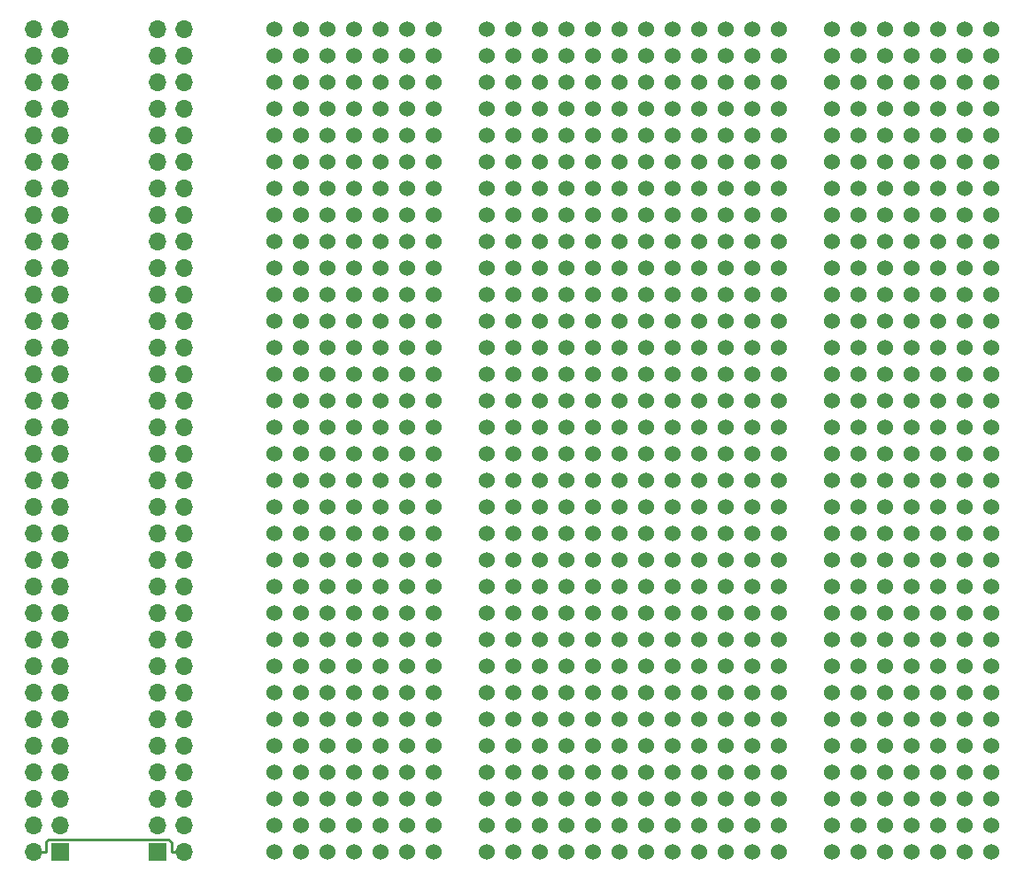
<source format=gbl>
G04 #@! TF.GenerationSoftware,KiCad,Pcbnew,(6.0.2)*
G04 #@! TF.CreationDate,2022-10-16T09:30:01-07:00*
G04 #@! TF.ProjectId,Protoboard,50726f74-6f62-46f6-9172-642e6b696361,1.0*
G04 #@! TF.SameCoordinates,Original*
G04 #@! TF.FileFunction,Copper,L2,Bot*
G04 #@! TF.FilePolarity,Positive*
%FSLAX46Y46*%
G04 Gerber Fmt 4.6, Leading zero omitted, Abs format (unit mm)*
G04 Created by KiCad (PCBNEW (6.0.2)) date 2022-10-16 09:30:01*
%MOMM*%
%LPD*%
G01*
G04 APERTURE LIST*
G04 #@! TA.AperFunction,ComponentPad*
%ADD10C,1.524000*%
G04 #@! TD*
G04 #@! TA.AperFunction,ComponentPad*
%ADD11R,1.700000X1.700000*%
G04 #@! TD*
G04 #@! TA.AperFunction,ComponentPad*
%ADD12O,1.700000X1.700000*%
G04 #@! TD*
G04 #@! TA.AperFunction,Conductor*
%ADD13C,0.254000*%
G04 #@! TD*
G04 APERTURE END LIST*
D10*
X177038000Y-113026000D03*
X179578000Y-113026000D03*
X182118000Y-113026000D03*
X184658000Y-113026000D03*
X187198000Y-113026000D03*
X177038000Y-115566000D03*
X179578000Y-115566000D03*
X182118000Y-115566000D03*
X184658000Y-115566000D03*
X187198000Y-115566000D03*
X177038000Y-107950000D03*
X179578000Y-107950000D03*
X182118000Y-107950000D03*
X184658000Y-107950000D03*
X187198000Y-107950000D03*
X177038000Y-110490000D03*
X179578000Y-110490000D03*
X182118000Y-110490000D03*
X184658000Y-110490000D03*
X187198000Y-110490000D03*
X177038000Y-118108000D03*
X179578000Y-118108000D03*
X182118000Y-118108000D03*
X184658000Y-118108000D03*
X187198000Y-118108000D03*
X177038000Y-120648000D03*
X179578000Y-120648000D03*
X182118000Y-120648000D03*
X184658000Y-120648000D03*
X187198000Y-120648000D03*
X177038000Y-97786000D03*
X179578000Y-97786000D03*
X182118000Y-97786000D03*
X184658000Y-97786000D03*
X187198000Y-97786000D03*
X177038000Y-100326000D03*
X179578000Y-100326000D03*
X182118000Y-100326000D03*
X184658000Y-100326000D03*
X187198000Y-100326000D03*
X177038000Y-92710000D03*
X179578000Y-92710000D03*
X182118000Y-92710000D03*
X184658000Y-92710000D03*
X187198000Y-92710000D03*
X177038000Y-95250000D03*
X179578000Y-95250000D03*
X182118000Y-95250000D03*
X184658000Y-95250000D03*
X187198000Y-95250000D03*
X177038000Y-102868000D03*
X179578000Y-102868000D03*
X182118000Y-102868000D03*
X184658000Y-102868000D03*
X187198000Y-102868000D03*
X177038000Y-105408000D03*
X179578000Y-105408000D03*
X182118000Y-105408000D03*
X184658000Y-105408000D03*
X187198000Y-105408000D03*
X177038000Y-82546000D03*
X179578000Y-82546000D03*
X182118000Y-82546000D03*
X184658000Y-82546000D03*
X187198000Y-82546000D03*
X177038000Y-85086000D03*
X179578000Y-85086000D03*
X182118000Y-85086000D03*
X184658000Y-85086000D03*
X187198000Y-85086000D03*
X177038000Y-77470000D03*
X179578000Y-77470000D03*
X182118000Y-77470000D03*
X184658000Y-77470000D03*
X187198000Y-77470000D03*
X177038000Y-80010000D03*
X179578000Y-80010000D03*
X182118000Y-80010000D03*
X184658000Y-80010000D03*
X187198000Y-80010000D03*
X177038000Y-87628000D03*
X179578000Y-87628000D03*
X182118000Y-87628000D03*
X184658000Y-87628000D03*
X187198000Y-87628000D03*
X177038000Y-90168000D03*
X179578000Y-90168000D03*
X182118000Y-90168000D03*
X184658000Y-90168000D03*
X187198000Y-90168000D03*
X177038000Y-67306000D03*
X179578000Y-67306000D03*
X182118000Y-67306000D03*
X184658000Y-67306000D03*
X187198000Y-67306000D03*
X177038000Y-69846000D03*
X179578000Y-69846000D03*
X182118000Y-69846000D03*
X184658000Y-69846000D03*
X187198000Y-69846000D03*
X177038000Y-62230000D03*
X179578000Y-62230000D03*
X182118000Y-62230000D03*
X184658000Y-62230000D03*
X187198000Y-62230000D03*
X177038000Y-64770000D03*
X179578000Y-64770000D03*
X182118000Y-64770000D03*
X184658000Y-64770000D03*
X187198000Y-64770000D03*
X177038000Y-72388000D03*
X179578000Y-72388000D03*
X182118000Y-72388000D03*
X184658000Y-72388000D03*
X187198000Y-72388000D03*
X177038000Y-74928000D03*
X179578000Y-74928000D03*
X182118000Y-74928000D03*
X184658000Y-74928000D03*
X187198000Y-74928000D03*
X177038000Y-57150000D03*
X179578000Y-57150000D03*
X182118000Y-57150000D03*
X184658000Y-57150000D03*
X187198000Y-57150000D03*
X177038000Y-59690000D03*
X179578000Y-59690000D03*
X182118000Y-59690000D03*
X184658000Y-59690000D03*
X187198000Y-59690000D03*
X156720000Y-130810000D03*
X156720000Y-128270000D03*
X156720000Y-125730000D03*
X156720000Y-123190000D03*
X156720000Y-120650000D03*
X159260000Y-130810000D03*
X159260000Y-128270000D03*
X159260000Y-125730000D03*
X159260000Y-123190000D03*
X159260000Y-120650000D03*
X159260000Y-107950000D03*
X159260000Y-110490000D03*
X159260000Y-113030000D03*
X159260000Y-115570000D03*
X159260000Y-118110000D03*
X156720000Y-107950000D03*
X156720000Y-110490000D03*
X156720000Y-113030000D03*
X156720000Y-115570000D03*
X156720000Y-118110000D03*
X161798000Y-118110000D03*
X164338000Y-118110000D03*
X166878000Y-118110000D03*
X169418000Y-118110000D03*
X171958000Y-118110000D03*
X161798000Y-120650000D03*
X164338000Y-120650000D03*
X166878000Y-120650000D03*
X169418000Y-120650000D03*
X171958000Y-120650000D03*
X144018000Y-118110000D03*
X146558000Y-118110000D03*
X149098000Y-118110000D03*
X151638000Y-118110000D03*
X154178000Y-118110000D03*
X144018000Y-120650000D03*
X146558000Y-120650000D03*
X149098000Y-120650000D03*
X151638000Y-120650000D03*
X154178000Y-120650000D03*
D11*
X112522000Y-135890000D03*
D12*
X115062000Y-135890000D03*
X112522000Y-133350000D03*
X115062000Y-133350000D03*
X112522000Y-130810000D03*
X115062000Y-130810000D03*
X112522000Y-128270000D03*
X115062000Y-128270000D03*
X112522000Y-125730000D03*
X115062000Y-125730000D03*
X112522000Y-123190000D03*
X115062000Y-123190000D03*
X112522000Y-120650000D03*
X115062000Y-120650000D03*
X112522000Y-118110000D03*
X115062000Y-118110000D03*
X112522000Y-115570000D03*
X115062000Y-115570000D03*
X112522000Y-113030000D03*
X115062000Y-113030000D03*
X112522000Y-110490000D03*
X115062000Y-110490000D03*
X112522000Y-107950000D03*
X115062000Y-107950000D03*
X112522000Y-105410000D03*
X115062000Y-105410000D03*
X112522000Y-102870000D03*
X115062000Y-102870000D03*
X112522000Y-100330000D03*
X115062000Y-100330000D03*
X112522000Y-97790000D03*
X115062000Y-97790000D03*
X112522000Y-95250000D03*
X115062000Y-95250000D03*
X112522000Y-92710000D03*
X115062000Y-92710000D03*
X112522000Y-90170000D03*
X115062000Y-90170000D03*
X112522000Y-87630000D03*
X115062000Y-87630000D03*
X112522000Y-85090000D03*
X115062000Y-85090000D03*
X112522000Y-82550000D03*
X115062000Y-82550000D03*
X112522000Y-80010000D03*
X115062000Y-80010000D03*
X112522000Y-77470000D03*
X115062000Y-77470000D03*
X112522000Y-74930000D03*
X115062000Y-74930000D03*
X112522000Y-72390000D03*
X115062000Y-72390000D03*
X112522000Y-69850000D03*
X115062000Y-69850000D03*
X112522000Y-67310000D03*
X115062000Y-67310000D03*
X112522000Y-64770000D03*
X115062000Y-64770000D03*
X112522000Y-62230000D03*
X115062000Y-62230000D03*
X112522000Y-59690000D03*
X115062000Y-59690000D03*
X112522000Y-57150000D03*
X115062000Y-57150000D03*
D10*
X156718000Y-80012000D03*
X156718000Y-77472000D03*
X156718000Y-74932000D03*
X156718000Y-72392000D03*
X156718000Y-69852000D03*
X159258000Y-80012000D03*
X159258000Y-77472000D03*
X159258000Y-74932000D03*
X159258000Y-72392000D03*
X159258000Y-69852000D03*
X161798000Y-57150000D03*
X164338000Y-57150000D03*
X166878000Y-57150000D03*
X169418000Y-57150000D03*
X171958000Y-57150000D03*
X161798000Y-59690000D03*
X164338000Y-59690000D03*
X166878000Y-59690000D03*
X169418000Y-59690000D03*
X171958000Y-59690000D03*
X161798000Y-67308000D03*
X164338000Y-67308000D03*
X166878000Y-67308000D03*
X169418000Y-67308000D03*
X171958000Y-67308000D03*
X161798000Y-69848000D03*
X164338000Y-69848000D03*
X166878000Y-69848000D03*
X169418000Y-69848000D03*
X171958000Y-69848000D03*
X128778000Y-118110000D03*
X131318000Y-118110000D03*
X133858000Y-118110000D03*
X136398000Y-118110000D03*
X138938000Y-118110000D03*
X128778000Y-120650000D03*
X131318000Y-120650000D03*
X133858000Y-120650000D03*
X136398000Y-120650000D03*
X138938000Y-120650000D03*
X144018000Y-77474000D03*
X146558000Y-77474000D03*
X149098000Y-77474000D03*
X151638000Y-77474000D03*
X154178000Y-77474000D03*
X144018000Y-80014000D03*
X146558000Y-80014000D03*
X149098000Y-80014000D03*
X151638000Y-80014000D03*
X154178000Y-80014000D03*
X156718000Y-67312000D03*
X156718000Y-64772000D03*
X156718000Y-62232000D03*
X156718000Y-59692000D03*
X156718000Y-57152000D03*
X159258000Y-67312000D03*
X159258000Y-64772000D03*
X159258000Y-62232000D03*
X159258000Y-59692000D03*
X159258000Y-57152000D03*
X128778000Y-102874000D03*
X131318000Y-102874000D03*
X133858000Y-102874000D03*
X136398000Y-102874000D03*
X138938000Y-102874000D03*
X128778000Y-105414000D03*
X131318000Y-105414000D03*
X133858000Y-105414000D03*
X136398000Y-105414000D03*
X138938000Y-105414000D03*
X123698000Y-130810000D03*
X123698000Y-128270000D03*
X123698000Y-125730000D03*
X123698000Y-123190000D03*
X123698000Y-120650000D03*
X126238000Y-130810000D03*
X126238000Y-128270000D03*
X126238000Y-125730000D03*
X126238000Y-123190000D03*
X126238000Y-120650000D03*
X161798000Y-82552000D03*
X164338000Y-82552000D03*
X166878000Y-82552000D03*
X169418000Y-82552000D03*
X171958000Y-82552000D03*
X161798000Y-85092000D03*
X164338000Y-85092000D03*
X166878000Y-85092000D03*
X169418000Y-85092000D03*
X171958000Y-85092000D03*
X189740000Y-130810000D03*
X189740000Y-128270000D03*
X189740000Y-125730000D03*
X189740000Y-123190000D03*
X189740000Y-120650000D03*
X192280000Y-130810000D03*
X192280000Y-128270000D03*
X192280000Y-125730000D03*
X192280000Y-123190000D03*
X192280000Y-120650000D03*
X144018000Y-133352000D03*
X146558000Y-133352000D03*
X149098000Y-133352000D03*
X151638000Y-133352000D03*
X154178000Y-133352000D03*
X144018000Y-135892000D03*
X146558000Y-135892000D03*
X149098000Y-135892000D03*
X151638000Y-135892000D03*
X154178000Y-135892000D03*
X156718000Y-105412000D03*
X156718000Y-102872000D03*
X156718000Y-100332000D03*
X156718000Y-97792000D03*
X156718000Y-95252000D03*
X159258000Y-105412000D03*
X159258000Y-102872000D03*
X159258000Y-100332000D03*
X159258000Y-97792000D03*
X159258000Y-95252000D03*
X161798000Y-102872000D03*
X164338000Y-102872000D03*
X166878000Y-102872000D03*
X169418000Y-102872000D03*
X171958000Y-102872000D03*
X161798000Y-105412000D03*
X164338000Y-105412000D03*
X166878000Y-105412000D03*
X169418000Y-105412000D03*
X171958000Y-105412000D03*
X161798000Y-92710000D03*
X164338000Y-92710000D03*
X166878000Y-92710000D03*
X169418000Y-92710000D03*
X171958000Y-92710000D03*
X161798000Y-95250000D03*
X164338000Y-95250000D03*
X166878000Y-95250000D03*
X169418000Y-95250000D03*
X171958000Y-95250000D03*
X123698000Y-92712000D03*
X123698000Y-90172000D03*
X123698000Y-87632000D03*
X123698000Y-85092000D03*
X123698000Y-82552000D03*
X126238000Y-92712000D03*
X126238000Y-90172000D03*
X126238000Y-87632000D03*
X126238000Y-85092000D03*
X126238000Y-82552000D03*
X128778000Y-82554000D03*
X131318000Y-82554000D03*
X133858000Y-82554000D03*
X136398000Y-82554000D03*
X138938000Y-82554000D03*
X128778000Y-85094000D03*
X131318000Y-85094000D03*
X133858000Y-85094000D03*
X136398000Y-85094000D03*
X138938000Y-85094000D03*
X144018000Y-82556000D03*
X146558000Y-82556000D03*
X149098000Y-82556000D03*
X151638000Y-82556000D03*
X154178000Y-82556000D03*
X144018000Y-85096000D03*
X146558000Y-85096000D03*
X149098000Y-85096000D03*
X151638000Y-85096000D03*
X154178000Y-85096000D03*
X128778000Y-133350000D03*
X131318000Y-133350000D03*
X133858000Y-133350000D03*
X136398000Y-133350000D03*
X138938000Y-133350000D03*
X128778000Y-135890000D03*
X131318000Y-135890000D03*
X133858000Y-135890000D03*
X136398000Y-135890000D03*
X138938000Y-135890000D03*
X128778000Y-123192000D03*
X131318000Y-123192000D03*
X133858000Y-123192000D03*
X136398000Y-123192000D03*
X138938000Y-123192000D03*
X128778000Y-125732000D03*
X131318000Y-125732000D03*
X133858000Y-125732000D03*
X136398000Y-125732000D03*
X138938000Y-125732000D03*
X144018000Y-113034000D03*
X146558000Y-113034000D03*
X149098000Y-113034000D03*
X151638000Y-113034000D03*
X154178000Y-113034000D03*
X144018000Y-115574000D03*
X146558000Y-115574000D03*
X149098000Y-115574000D03*
X151638000Y-115574000D03*
X154178000Y-115574000D03*
X192278000Y-135892000D03*
X189738000Y-135892000D03*
X192278000Y-133352000D03*
X189738000Y-133352000D03*
X144018000Y-123194000D03*
X146558000Y-123194000D03*
X149098000Y-123194000D03*
X151638000Y-123194000D03*
X154178000Y-123194000D03*
X144018000Y-125734000D03*
X146558000Y-125734000D03*
X149098000Y-125734000D03*
X151638000Y-125734000D03*
X154178000Y-125734000D03*
X189740000Y-67310000D03*
X189740000Y-64770000D03*
X189740000Y-62230000D03*
X189740000Y-59690000D03*
X189740000Y-57150000D03*
X192280000Y-67310000D03*
X192280000Y-64770000D03*
X192280000Y-62230000D03*
X192280000Y-59690000D03*
X192280000Y-57150000D03*
X144018000Y-128270000D03*
X146558000Y-128270000D03*
X149098000Y-128270000D03*
X151638000Y-128270000D03*
X154178000Y-128270000D03*
X144018000Y-130810000D03*
X146558000Y-130810000D03*
X149098000Y-130810000D03*
X151638000Y-130810000D03*
X154178000Y-130810000D03*
X189740000Y-92710000D03*
X189740000Y-90170000D03*
X189740000Y-87630000D03*
X189740000Y-85090000D03*
X189740000Y-82550000D03*
X192280000Y-92710000D03*
X192280000Y-90170000D03*
X192280000Y-87630000D03*
X192280000Y-85090000D03*
X192280000Y-82550000D03*
X161798000Y-113030000D03*
X164338000Y-113030000D03*
X166878000Y-113030000D03*
X169418000Y-113030000D03*
X171958000Y-113030000D03*
X161798000Y-115570000D03*
X164338000Y-115570000D03*
X166878000Y-115570000D03*
X169418000Y-115570000D03*
X171958000Y-115570000D03*
X126238000Y-135890000D03*
X123698000Y-135890000D03*
X126238000Y-133350000D03*
X123698000Y-133350000D03*
X128778000Y-107950000D03*
X131318000Y-107950000D03*
X133858000Y-107950000D03*
X136398000Y-107950000D03*
X138938000Y-107950000D03*
X128778000Y-110490000D03*
X131318000Y-110490000D03*
X133858000Y-110490000D03*
X136398000Y-110490000D03*
X138938000Y-110490000D03*
X189740000Y-105410000D03*
X189740000Y-102870000D03*
X189740000Y-100330000D03*
X189740000Y-97790000D03*
X189740000Y-95250000D03*
X192280000Y-105410000D03*
X192280000Y-102870000D03*
X192280000Y-100330000D03*
X192280000Y-97790000D03*
X192280000Y-95250000D03*
X144018000Y-102876000D03*
X146558000Y-102876000D03*
X149098000Y-102876000D03*
X151638000Y-102876000D03*
X154178000Y-102876000D03*
X144018000Y-105416000D03*
X146558000Y-105416000D03*
X149098000Y-105416000D03*
X151638000Y-105416000D03*
X154178000Y-105416000D03*
X177038000Y-123192000D03*
X179578000Y-123192000D03*
X182118000Y-123192000D03*
X184658000Y-123192000D03*
X187198000Y-123192000D03*
X177038000Y-125732000D03*
X179578000Y-125732000D03*
X182118000Y-125732000D03*
X184658000Y-125732000D03*
X187198000Y-125732000D03*
X144018000Y-92714000D03*
X146558000Y-92714000D03*
X149098000Y-92714000D03*
X151638000Y-92714000D03*
X154178000Y-92714000D03*
X144018000Y-95254000D03*
X146558000Y-95254000D03*
X149098000Y-95254000D03*
X151638000Y-95254000D03*
X154178000Y-95254000D03*
X128778000Y-113032000D03*
X131318000Y-113032000D03*
X133858000Y-113032000D03*
X136398000Y-113032000D03*
X138938000Y-113032000D03*
X128778000Y-115572000D03*
X131318000Y-115572000D03*
X133858000Y-115572000D03*
X136398000Y-115572000D03*
X138938000Y-115572000D03*
X128778000Y-128268000D03*
X131318000Y-128268000D03*
X133858000Y-128268000D03*
X136398000Y-128268000D03*
X138938000Y-128268000D03*
X128778000Y-130808000D03*
X131318000Y-130808000D03*
X133858000Y-130808000D03*
X136398000Y-130808000D03*
X138938000Y-130808000D03*
X128778000Y-77472000D03*
X131318000Y-77472000D03*
X133858000Y-77472000D03*
X136398000Y-77472000D03*
X138938000Y-77472000D03*
X128778000Y-80012000D03*
X131318000Y-80012000D03*
X133858000Y-80012000D03*
X136398000Y-80012000D03*
X138938000Y-80012000D03*
D11*
X103160000Y-135895000D03*
D12*
X100620000Y-135895000D03*
X103160000Y-133355000D03*
X100620000Y-133355000D03*
X103160000Y-130815000D03*
X100620000Y-130815000D03*
X103160000Y-128275000D03*
X100620000Y-128275000D03*
X103160000Y-125735000D03*
X100620000Y-125735000D03*
X103160000Y-123195000D03*
X100620000Y-123195000D03*
X103160000Y-120655000D03*
X100620000Y-120655000D03*
X103160000Y-118115000D03*
X100620000Y-118115000D03*
X103160000Y-115575000D03*
X100620000Y-115575000D03*
X103160000Y-113035000D03*
X100620000Y-113035000D03*
X103160000Y-110495000D03*
X100620000Y-110495000D03*
X103160000Y-107955000D03*
X100620000Y-107955000D03*
X103160000Y-105415000D03*
X100620000Y-105415000D03*
X103160000Y-102875000D03*
X100620000Y-102875000D03*
X103160000Y-100335000D03*
X100620000Y-100335000D03*
X103160000Y-97795000D03*
X100620000Y-97795000D03*
X103160000Y-95255000D03*
X100620000Y-95255000D03*
X103160000Y-92715000D03*
X100620000Y-92715000D03*
X103160000Y-90175000D03*
X100620000Y-90175000D03*
X103160000Y-87635000D03*
X100620000Y-87635000D03*
X103160000Y-85095000D03*
X100620000Y-85095000D03*
X103160000Y-82555000D03*
X100620000Y-82555000D03*
X103160000Y-80015000D03*
X100620000Y-80015000D03*
X103160000Y-77475000D03*
X100620000Y-77475000D03*
X103160000Y-74935000D03*
X100620000Y-74935000D03*
X103160000Y-72395000D03*
X100620000Y-72395000D03*
X103160000Y-69855000D03*
X100620000Y-69855000D03*
X103160000Y-67315000D03*
X100620000Y-67315000D03*
X103160000Y-64775000D03*
X100620000Y-64775000D03*
X103160000Y-62235000D03*
X100620000Y-62235000D03*
X103160000Y-59695000D03*
X100620000Y-59695000D03*
X103160000Y-57155000D03*
X100620000Y-57155000D03*
D10*
X123698000Y-67312000D03*
X123698000Y-64772000D03*
X123698000Y-62232000D03*
X123698000Y-59692000D03*
X123698000Y-57152000D03*
X126238000Y-67312000D03*
X126238000Y-64772000D03*
X126238000Y-62232000D03*
X126238000Y-59692000D03*
X126238000Y-57152000D03*
X177038000Y-133352000D03*
X179578000Y-133352000D03*
X182118000Y-133352000D03*
X184658000Y-133352000D03*
X187198000Y-133352000D03*
X177038000Y-135892000D03*
X179578000Y-135892000D03*
X182118000Y-135892000D03*
X184658000Y-135892000D03*
X187198000Y-135892000D03*
X189740000Y-80010000D03*
X189740000Y-77470000D03*
X189740000Y-74930000D03*
X189740000Y-72390000D03*
X189740000Y-69850000D03*
X192280000Y-80010000D03*
X192280000Y-77470000D03*
X192280000Y-74930000D03*
X192280000Y-72390000D03*
X192280000Y-69850000D03*
X128778000Y-67310000D03*
X131318000Y-67310000D03*
X133858000Y-67310000D03*
X136398000Y-67310000D03*
X138938000Y-67310000D03*
X128778000Y-69850000D03*
X131318000Y-69850000D03*
X133858000Y-69850000D03*
X136398000Y-69850000D03*
X138938000Y-69850000D03*
X123698000Y-105412000D03*
X123698000Y-102872000D03*
X123698000Y-100332000D03*
X123698000Y-97792000D03*
X123698000Y-95252000D03*
X126238000Y-105412000D03*
X126238000Y-102872000D03*
X126238000Y-100332000D03*
X126238000Y-97792000D03*
X126238000Y-95252000D03*
X128778000Y-57152000D03*
X131318000Y-57152000D03*
X133858000Y-57152000D03*
X136398000Y-57152000D03*
X138938000Y-57152000D03*
X128778000Y-59692000D03*
X131318000Y-59692000D03*
X133858000Y-59692000D03*
X136398000Y-59692000D03*
X138938000Y-59692000D03*
X128778000Y-97792000D03*
X131318000Y-97792000D03*
X133858000Y-97792000D03*
X136398000Y-97792000D03*
X138938000Y-97792000D03*
X128778000Y-100332000D03*
X131318000Y-100332000D03*
X133858000Y-100332000D03*
X136398000Y-100332000D03*
X138938000Y-100332000D03*
X161798000Y-72390000D03*
X164338000Y-72390000D03*
X166878000Y-72390000D03*
X169418000Y-72390000D03*
X171958000Y-72390000D03*
X161798000Y-74930000D03*
X164338000Y-74930000D03*
X166878000Y-74930000D03*
X169418000Y-74930000D03*
X171958000Y-74930000D03*
X128778000Y-72392000D03*
X131318000Y-72392000D03*
X133858000Y-72392000D03*
X136398000Y-72392000D03*
X138938000Y-72392000D03*
X128778000Y-74932000D03*
X131318000Y-74932000D03*
X133858000Y-74932000D03*
X136398000Y-74932000D03*
X138938000Y-74932000D03*
X156718000Y-92712000D03*
X156718000Y-90172000D03*
X156718000Y-87632000D03*
X156718000Y-85092000D03*
X156718000Y-82552000D03*
X159258000Y-92712000D03*
X159258000Y-90172000D03*
X159258000Y-87632000D03*
X159258000Y-85092000D03*
X159258000Y-82552000D03*
X161798000Y-77470000D03*
X164338000Y-77470000D03*
X166878000Y-77470000D03*
X169418000Y-77470000D03*
X171958000Y-77470000D03*
X161798000Y-80010000D03*
X164338000Y-80010000D03*
X166878000Y-80010000D03*
X169418000Y-80010000D03*
X171958000Y-80010000D03*
X144018000Y-107952000D03*
X146558000Y-107952000D03*
X149098000Y-107952000D03*
X151638000Y-107952000D03*
X154178000Y-107952000D03*
X144018000Y-110492000D03*
X146558000Y-110492000D03*
X149098000Y-110492000D03*
X151638000Y-110492000D03*
X154178000Y-110492000D03*
X144018000Y-87632000D03*
X146558000Y-87632000D03*
X149098000Y-87632000D03*
X151638000Y-87632000D03*
X154178000Y-87632000D03*
X144018000Y-90172000D03*
X146558000Y-90172000D03*
X149098000Y-90172000D03*
X151638000Y-90172000D03*
X154178000Y-90172000D03*
X161798000Y-97790000D03*
X164338000Y-97790000D03*
X166878000Y-97790000D03*
X169418000Y-97790000D03*
X171958000Y-97790000D03*
X161798000Y-100330000D03*
X164338000Y-100330000D03*
X166878000Y-100330000D03*
X169418000Y-100330000D03*
X171958000Y-100330000D03*
X161798000Y-128276000D03*
X164338000Y-128276000D03*
X166878000Y-128276000D03*
X169418000Y-128276000D03*
X171958000Y-128276000D03*
X161798000Y-130816000D03*
X164338000Y-130816000D03*
X166878000Y-130816000D03*
X169418000Y-130816000D03*
X171958000Y-130816000D03*
X161798000Y-133356000D03*
X164338000Y-133356000D03*
X166878000Y-133356000D03*
X169418000Y-133356000D03*
X171958000Y-133356000D03*
X161798000Y-135896000D03*
X164338000Y-135896000D03*
X166878000Y-135896000D03*
X169418000Y-135896000D03*
X171958000Y-135896000D03*
X128778000Y-62234000D03*
X131318000Y-62234000D03*
X133858000Y-62234000D03*
X136398000Y-62234000D03*
X138938000Y-62234000D03*
X128778000Y-64774000D03*
X131318000Y-64774000D03*
X133858000Y-64774000D03*
X136398000Y-64774000D03*
X138938000Y-64774000D03*
X177038000Y-128272000D03*
X179578000Y-128272000D03*
X182118000Y-128272000D03*
X184658000Y-128272000D03*
X187198000Y-128272000D03*
X177038000Y-130812000D03*
X179578000Y-130812000D03*
X182118000Y-130812000D03*
X184658000Y-130812000D03*
X187198000Y-130812000D03*
X144018000Y-72394000D03*
X146558000Y-72394000D03*
X149098000Y-72394000D03*
X151638000Y-72394000D03*
X154178000Y-72394000D03*
X144018000Y-74934000D03*
X146558000Y-74934000D03*
X149098000Y-74934000D03*
X151638000Y-74934000D03*
X154178000Y-74934000D03*
X171958000Y-125736000D03*
X169418000Y-125736000D03*
X166878000Y-125736000D03*
X164338000Y-125736000D03*
X161798000Y-125736000D03*
X171958000Y-123196000D03*
X169418000Y-123196000D03*
X166878000Y-123196000D03*
X164338000Y-123196000D03*
X161798000Y-123196000D03*
X144018000Y-67312000D03*
X146558000Y-67312000D03*
X149098000Y-67312000D03*
X151638000Y-67312000D03*
X154178000Y-67312000D03*
X144018000Y-69852000D03*
X146558000Y-69852000D03*
X149098000Y-69852000D03*
X151638000Y-69852000D03*
X154178000Y-69852000D03*
X144018000Y-97794000D03*
X146558000Y-97794000D03*
X149098000Y-97794000D03*
X151638000Y-97794000D03*
X154178000Y-97794000D03*
X144018000Y-100334000D03*
X146558000Y-100334000D03*
X149098000Y-100334000D03*
X151638000Y-100334000D03*
X154178000Y-100334000D03*
X144018000Y-57152000D03*
X146558000Y-57152000D03*
X149098000Y-57152000D03*
X151638000Y-57152000D03*
X154178000Y-57152000D03*
X144018000Y-59692000D03*
X146558000Y-59692000D03*
X149098000Y-59692000D03*
X151638000Y-59692000D03*
X154178000Y-59692000D03*
X123698000Y-118112000D03*
X123698000Y-115572000D03*
X123698000Y-113032000D03*
X123698000Y-110492000D03*
X123698000Y-107952000D03*
X126238000Y-118112000D03*
X126238000Y-115572000D03*
X126238000Y-113032000D03*
X126238000Y-110492000D03*
X126238000Y-107952000D03*
X161798000Y-62232000D03*
X164338000Y-62232000D03*
X166878000Y-62232000D03*
X169418000Y-62232000D03*
X171958000Y-62232000D03*
X161798000Y-64772000D03*
X164338000Y-64772000D03*
X166878000Y-64772000D03*
X169418000Y-64772000D03*
X171958000Y-64772000D03*
X161798000Y-87628000D03*
X164338000Y-87628000D03*
X166878000Y-87628000D03*
X169418000Y-87628000D03*
X171958000Y-87628000D03*
X161798000Y-90168000D03*
X164338000Y-90168000D03*
X166878000Y-90168000D03*
X169418000Y-90168000D03*
X171958000Y-90168000D03*
X189740000Y-118110000D03*
X189740000Y-115570000D03*
X189740000Y-113030000D03*
X189740000Y-110490000D03*
X189740000Y-107950000D03*
X192280000Y-118110000D03*
X192280000Y-115570000D03*
X192280000Y-113030000D03*
X192280000Y-110490000D03*
X192280000Y-107950000D03*
X128778000Y-92712000D03*
X131318000Y-92712000D03*
X133858000Y-92712000D03*
X136398000Y-92712000D03*
X138938000Y-92712000D03*
X128778000Y-95252000D03*
X131318000Y-95252000D03*
X133858000Y-95252000D03*
X136398000Y-95252000D03*
X138938000Y-95252000D03*
X159258000Y-135894000D03*
X156718000Y-135894000D03*
X159258000Y-133354000D03*
X156718000Y-133354000D03*
X161798000Y-107948000D03*
X164338000Y-107948000D03*
X166878000Y-107948000D03*
X169418000Y-107948000D03*
X171958000Y-107948000D03*
X161798000Y-110488000D03*
X164338000Y-110488000D03*
X166878000Y-110488000D03*
X169418000Y-110488000D03*
X171958000Y-110488000D03*
X144018000Y-62236000D03*
X146558000Y-62236000D03*
X149098000Y-62236000D03*
X151638000Y-62236000D03*
X154178000Y-62236000D03*
X144018000Y-64776000D03*
X146558000Y-64776000D03*
X149098000Y-64776000D03*
X151638000Y-64776000D03*
X154178000Y-64776000D03*
X128778000Y-87630000D03*
X131318000Y-87630000D03*
X133858000Y-87630000D03*
X136398000Y-87630000D03*
X138938000Y-87630000D03*
X128778000Y-90170000D03*
X131318000Y-90170000D03*
X133858000Y-90170000D03*
X136398000Y-90170000D03*
X138938000Y-90170000D03*
X123698000Y-80012000D03*
X123698000Y-77472000D03*
X123698000Y-74932000D03*
X123698000Y-72392000D03*
X123698000Y-69852000D03*
X126238000Y-80012000D03*
X126238000Y-77472000D03*
X126238000Y-74932000D03*
X126238000Y-72392000D03*
X126238000Y-69852000D03*
D13*
X115062000Y-135890000D02*
X113830700Y-135890000D01*
X101851300Y-134894600D02*
X102087300Y-134658600D01*
X101851300Y-135895000D02*
X101851300Y-134894600D01*
X113830700Y-134929100D02*
X113830700Y-135890000D01*
X100620000Y-135895000D02*
X101851300Y-135895000D01*
X113560200Y-134658600D02*
X113830700Y-134929100D01*
X102087300Y-134658600D02*
X113560200Y-134658600D01*
M02*

</source>
